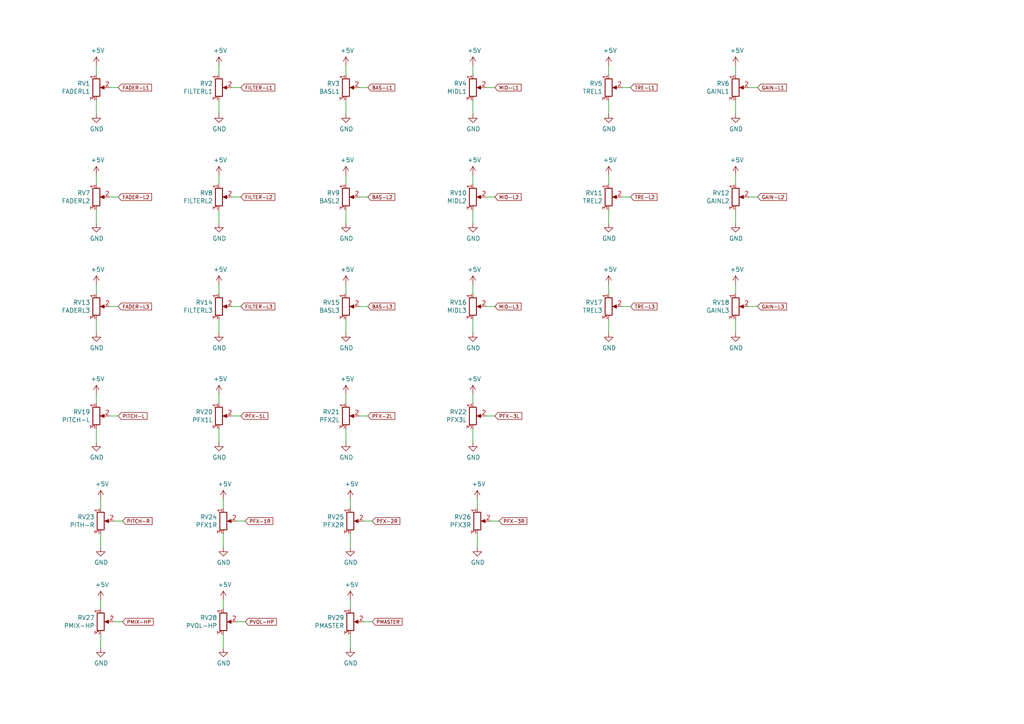
<source format=kicad_sch>
(kicad_sch (version 20210406) (generator eeschema)
  (paper "A4")
  (lib_symbols
    (symbol "Device:R_Potentiometer" (pin_names (offset 1.016) hide)
      (property "Reference" "RV" (at -4.445 0 90))
      (property "Value" "R_Potentiometer" (at -2.54 0 90))
      (symbol "R_Potentiometer_0_1"
        (rectangle (start 1.016 2.54) (end -1.016 -2.54) (stroke (width 0.254)))
        (polyline (pts (xy 2.54 0) (xy 1.524 0)))
        (polyline (pts (xy 1.143 0) (xy 2.286 0.508) (xy 2.286 -0.508) (xy 1.143 0)) (fill (type outline)))
      )
      (symbol "R_Potentiometer_1_1"
        (pin passive line (at 0 3.81 270) (length 1.27) (name "1") (number "1"))
        (pin passive line (at 3.81 0 180) (length 1.27) (name "2") (number "2"))
        (pin passive line (at 0 -3.81 90) (length 1.27) (name "3") (number "3"))
      )
    )
    (symbol "power:+5V" (power) (pin_names (offset 0))
      (property "Value" "+5V" (at 0 3.556 0))
      (symbol "+5V_0_1"
        (polyline (pts (xy -0.762 1.27) (xy 0 2.54)))
        (polyline (pts (xy 0 0) (xy 0 2.54)))
        (polyline (pts (xy 0 2.54) (xy 0.762 1.27)))
      )
      (symbol "+5V_1_1"
        (pin power_in line (at 0 0 90) (length 0) hide (name "+5V") (number "1"))
      )
    )
    (symbol "power:GND" (power) (pin_names (offset 0))
      (property "Value" "GND" (at 0 -3.81 0))
      (symbol "GND_0_1"
        (polyline (pts (xy 0 0) (xy 0 -1.27) (xy 1.27 -1.27) (xy 0 -2.54) (xy -1.27 -1.27) (xy 0 -1.27)))
      )
      (symbol "GND_1_1"
        (pin power_in line (at 0 0 270) (length 0) hide (name "GND") (number "1"))
      )
    )
  )
  (wire (pts (xy 27.94 19.05) (xy 27.94 21.59)))
  (wire (pts (xy 27.94 33.02) (xy 27.94 29.21)))
  (wire (pts (xy 27.94 50.8) (xy 27.94 53.34)))
  (wire (pts (xy 27.94 64.77) (xy 27.94 60.96)))
  (wire (pts (xy 27.94 82.55) (xy 27.94 85.09)))
  (wire (pts (xy 27.94 96.52) (xy 27.94 92.71)))
  (wire (pts (xy 27.94 114.3) (xy 27.94 116.84)))
  (wire (pts (xy 27.94 128.27) (xy 27.94 124.46)))
  (wire (pts (xy 29.21 144.78) (xy 29.21 147.32)))
  (wire (pts (xy 29.21 158.75) (xy 29.21 154.94)))
  (wire (pts (xy 29.21 173.99) (xy 29.21 176.53)))
  (wire (pts (xy 29.21 187.96) (xy 29.21 184.15)))
  (wire (pts (xy 31.75 25.4) (xy 34.29 25.4)))
  (wire (pts (xy 31.75 57.15) (xy 34.29 57.15)))
  (wire (pts (xy 31.75 88.9) (xy 34.29 88.9)))
  (wire (pts (xy 31.75 120.65) (xy 34.29 120.65)))
  (wire (pts (xy 33.02 151.13) (xy 35.56 151.13)))
  (wire (pts (xy 33.02 180.34) (xy 35.56 180.34)))
  (wire (pts (xy 63.5 19.05) (xy 63.5 21.59)))
  (wire (pts (xy 63.5 33.02) (xy 63.5 29.21)))
  (wire (pts (xy 63.5 50.8) (xy 63.5 53.34)))
  (wire (pts (xy 63.5 64.77) (xy 63.5 60.96)))
  (wire (pts (xy 63.5 82.55) (xy 63.5 85.09)))
  (wire (pts (xy 63.5 96.52) (xy 63.5 92.71)))
  (wire (pts (xy 63.5 114.3) (xy 63.5 116.84)))
  (wire (pts (xy 63.5 128.27) (xy 63.5 124.46)))
  (wire (pts (xy 64.77 144.78) (xy 64.77 147.32)))
  (wire (pts (xy 64.77 158.75) (xy 64.77 154.94)))
  (wire (pts (xy 64.77 173.99) (xy 64.77 176.53)))
  (wire (pts (xy 64.77 187.96) (xy 64.77 184.15)))
  (wire (pts (xy 67.31 25.4) (xy 69.85 25.4)))
  (wire (pts (xy 67.31 57.15) (xy 69.85 57.15)))
  (wire (pts (xy 67.31 88.9) (xy 69.85 88.9)))
  (wire (pts (xy 67.31 120.65) (xy 69.85 120.65)))
  (wire (pts (xy 68.58 151.13) (xy 71.12 151.13)))
  (wire (pts (xy 68.58 180.34) (xy 71.12 180.34)))
  (wire (pts (xy 100.33 19.05) (xy 100.33 21.59)))
  (wire (pts (xy 100.33 33.02) (xy 100.33 29.21)))
  (wire (pts (xy 100.33 50.8) (xy 100.33 53.34)))
  (wire (pts (xy 100.33 64.77) (xy 100.33 60.96)))
  (wire (pts (xy 100.33 82.55) (xy 100.33 85.09)))
  (wire (pts (xy 100.33 96.52) (xy 100.33 92.71)))
  (wire (pts (xy 100.33 114.3) (xy 100.33 116.84)))
  (wire (pts (xy 100.33 128.27) (xy 100.33 124.46)))
  (wire (pts (xy 101.6 144.78) (xy 101.6 147.32)))
  (wire (pts (xy 101.6 158.75) (xy 101.6 154.94)))
  (wire (pts (xy 101.6 173.99) (xy 101.6 176.53)))
  (wire (pts (xy 101.6 187.96) (xy 101.6 184.15)))
  (wire (pts (xy 104.14 25.4) (xy 106.68 25.4)))
  (wire (pts (xy 104.14 57.15) (xy 106.68 57.15)))
  (wire (pts (xy 104.14 88.9) (xy 106.68 88.9)))
  (wire (pts (xy 104.14 120.65) (xy 106.68 120.65)))
  (wire (pts (xy 105.41 151.13) (xy 107.95 151.13)))
  (wire (pts (xy 105.41 180.34) (xy 107.95 180.34)))
  (wire (pts (xy 137.16 19.05) (xy 137.16 21.59)))
  (wire (pts (xy 137.16 33.02) (xy 137.16 29.21)))
  (wire (pts (xy 137.16 50.8) (xy 137.16 53.34)))
  (wire (pts (xy 137.16 64.77) (xy 137.16 60.96)))
  (wire (pts (xy 137.16 82.55) (xy 137.16 85.09)))
  (wire (pts (xy 137.16 96.52) (xy 137.16 92.71)))
  (wire (pts (xy 137.16 114.3) (xy 137.16 116.84)))
  (wire (pts (xy 137.16 128.27) (xy 137.16 124.46)))
  (wire (pts (xy 138.43 144.78) (xy 138.43 147.32)))
  (wire (pts (xy 138.43 158.75) (xy 138.43 154.94)))
  (wire (pts (xy 140.97 25.4) (xy 143.51 25.4)))
  (wire (pts (xy 140.97 57.15) (xy 143.51 57.15)))
  (wire (pts (xy 140.97 88.9) (xy 143.51 88.9)))
  (wire (pts (xy 140.97 120.65) (xy 143.51 120.65)))
  (wire (pts (xy 142.24 151.13) (xy 144.78 151.13)))
  (wire (pts (xy 176.53 19.05) (xy 176.53 21.59)))
  (wire (pts (xy 176.53 33.02) (xy 176.53 29.21)))
  (wire (pts (xy 176.53 50.8) (xy 176.53 53.34)))
  (wire (pts (xy 176.53 64.77) (xy 176.53 60.96)))
  (wire (pts (xy 176.53 82.55) (xy 176.53 85.09)))
  (wire (pts (xy 176.53 96.52) (xy 176.53 92.71)))
  (wire (pts (xy 180.34 25.4) (xy 182.88 25.4)))
  (wire (pts (xy 180.34 57.15) (xy 182.88 57.15)))
  (wire (pts (xy 180.34 88.9) (xy 182.88 88.9)))
  (wire (pts (xy 213.36 19.05) (xy 213.36 21.59)))
  (wire (pts (xy 213.36 33.02) (xy 213.36 29.21)))
  (wire (pts (xy 213.36 50.8) (xy 213.36 53.34)))
  (wire (pts (xy 213.36 64.77) (xy 213.36 60.96)))
  (wire (pts (xy 213.36 82.55) (xy 213.36 85.09)))
  (wire (pts (xy 213.36 96.52) (xy 213.36 92.71)))
  (wire (pts (xy 217.17 25.4) (xy 219.71 25.4)))
  (wire (pts (xy 217.17 57.15) (xy 219.71 57.15)))
  (wire (pts (xy 217.17 88.9) (xy 219.71 88.9)))
  (global_label "FADER-L1" (shape input) (at 34.29 25.4 0) (effects (font (size 1.016 1.016))) (property "Intersheet References" "${INTERSHEET_REFS}" (effects hide)))
  (global_label "FADER-L2" (shape input) (at 34.29 57.15 0) (effects (font (size 1.016 1.016))) (property "Intersheet References" "${INTERSHEET_REFS}" (effects hide)))
  (global_label "FADER-L3" (shape input) (at 34.29 88.9 0) (effects (font (size 1.016 1.016))) (property "Intersheet References" "${INTERSHEET_REFS}" (effects hide)))
  (global_label "PITCH-L" (shape input) (at 34.29 120.65 0) (effects (font (size 1.016 1.016))) (property "Intersheet References" "${INTERSHEET_REFS}" (effects hide)))
  (global_label "PITCH-R" (shape input) (at 35.56 151.13 0) (effects (font (size 1.016 1.016))) (property "Intersheet References" "${INTERSHEET_REFS}" (effects hide)))
  (global_label "PMIX-HP" (shape input) (at 35.56 180.34 0) (effects (font (size 1.016 1.016))) (property "Intersheet References" "${INTERSHEET_REFS}" (effects hide)))
  (global_label "FILTER-L1" (shape input) (at 69.85 25.4 0) (effects (font (size 1.016 1.016))) (property "Intersheet References" "${INTERSHEET_REFS}" (effects hide)))
  (global_label "FILTER-L2" (shape input) (at 69.85 57.15 0) (effects (font (size 1.016 1.016))) (property "Intersheet References" "${INTERSHEET_REFS}" (effects hide)))
  (global_label "FILTER-L3" (shape input) (at 69.85 88.9 0) (effects (font (size 1.016 1.016))) (property "Intersheet References" "${INTERSHEET_REFS}" (effects hide)))
  (global_label "PFX-1L" (shape input) (at 69.85 120.65 0) (effects (font (size 1.016 1.016))) (property "Intersheet References" "${INTERSHEET_REFS}" (effects hide)))
  (global_label "PFX-1R" (shape input) (at 71.12 151.13 0) (effects (font (size 1.016 1.016))) (property "Intersheet References" "${INTERSHEET_REFS}" (effects hide)))
  (global_label "PVOL-HP" (shape input) (at 71.12 180.34 0) (effects (font (size 1.016 1.016))) (property "Intersheet References" "${INTERSHEET_REFS}" (effects hide)))
  (global_label "BAS-L1" (shape input) (at 106.68 25.4 0) (effects (font (size 1.016 1.016))) (property "Intersheet References" "${INTERSHEET_REFS}" (effects hide)))
  (global_label "BAS-L2" (shape input) (at 106.68 57.15 0) (effects (font (size 1.016 1.016))) (property "Intersheet References" "${INTERSHEET_REFS}" (effects hide)))
  (global_label "BAS-L3" (shape input) (at 106.68 88.9 0) (effects (font (size 1.016 1.016))) (property "Intersheet References" "${INTERSHEET_REFS}" (effects hide)))
  (global_label "PFX-2L" (shape input) (at 106.68 120.65 0) (effects (font (size 1.016 1.016))) (property "Intersheet References" "${INTERSHEET_REFS}" (effects hide)))
  (global_label "PFX-2R" (shape input) (at 107.95 151.13 0) (effects (font (size 1.016 1.016))) (property "Intersheet References" "${INTERSHEET_REFS}" (effects hide)))
  (global_label "PMASTER" (shape input) (at 107.95 180.34 0) (effects (font (size 1.016 1.016))) (property "Intersheet References" "${INTERSHEET_REFS}" (effects hide)))
  (global_label "MID-L1" (shape input) (at 143.51 25.4 0) (effects (font (size 1.016 1.016))) (property "Intersheet References" "${INTERSHEET_REFS}" (effects hide)))
  (global_label "MID-L2" (shape input) (at 143.51 57.15 0) (effects (font (size 1.016 1.016))) (property "Intersheet References" "${INTERSHEET_REFS}" (effects hide)))
  (global_label "MID-L3" (shape input) (at 143.51 88.9 0) (effects (font (size 1.016 1.016))) (property "Intersheet References" "${INTERSHEET_REFS}" (effects hide)))
  (global_label "PFX-3L" (shape input) (at 143.51 120.65 0) (effects (font (size 1.016 1.016))) (property "Intersheet References" "${INTERSHEET_REFS}" (effects hide)))
  (global_label "PFX-3R" (shape input) (at 144.78 151.13 0) (effects (font (size 1.016 1.016))) (property "Intersheet References" "${INTERSHEET_REFS}" (effects hide)))
  (global_label "TRE-L1" (shape input) (at 182.88 25.4 0) (effects (font (size 1.016 1.016))) (property "Intersheet References" "${INTERSHEET_REFS}" (effects hide)))
  (global_label "TRE-L2" (shape input) (at 182.88 57.15 0) (effects (font (size 1.016 1.016))) (property "Intersheet References" "${INTERSHEET_REFS}" (effects hide)))
  (global_label "TRE-L3" (shape input) (at 182.88 88.9 0) (effects (font (size 1.016 1.016))) (property "Intersheet References" "${INTERSHEET_REFS}" (effects hide)))
  (global_label "GAIN-L1" (shape input) (at 219.71 25.4 0) (effects (font (size 1.016 1.016))) (property "Intersheet References" "${INTERSHEET_REFS}" (effects hide)))
  (global_label "GAIN-L2" (shape input) (at 219.71 57.15 0) (effects (font (size 1.016 1.016))) (property "Intersheet References" "${INTERSHEET_REFS}" (effects hide)))
  (global_label "GAIN-L3" (shape input) (at 219.71 88.9 0) (effects (font (size 1.016 1.016))) (property "Intersheet References" "${INTERSHEET_REFS}" (effects hide)))
  (symbol (lib_id "power:+5V") (at 27.94 19.05 0) (unit 1)
    (property "Reference" "#PWR043" (effects hide))
    (property "Value" "+5V" (at 28.321 14.6558 0))
  )
  (symbol (lib_id "power:+5V") (at 27.94 50.8 0) (unit 1)
    (property "Reference" "#PWR055" (effects hide))
    (property "Value" "+5V" (at 28.321 46.4058 0))
  )
  (symbol (lib_id "power:+5V") (at 27.94 82.55 0) (unit 1)
    (property "Reference" "#PWR067" (effects hide))
    (property "Value" "+5V" (at 28.321 78.1558 0))
  )
  (symbol (lib_id "power:+5V") (at 27.94 114.3 0) (unit 1)
    (property "Reference" "#PWR079" (effects hide))
    (property "Value" "+5V" (at 28.321 109.9058 0))
  )
  (symbol (lib_id "power:+5V") (at 29.21 144.78 0) (unit 1)
    (property "Reference" "#PWR087" (effects hide))
    (property "Value" "+5V" (at 29.591 140.3858 0))
  )
  (symbol (lib_id "power:+5V") (at 29.21 173.99 0) (unit 1)
    (property "Reference" "#PWR095" (effects hide))
    (property "Value" "+5V" (at 29.591 169.5958 0))
  )
  (symbol (lib_id "power:+5V") (at 63.5 19.05 0) (unit 1)
    (property "Reference" "#PWR044" (effects hide))
    (property "Value" "+5V" (at 63.881 14.6558 0))
  )
  (symbol (lib_id "power:+5V") (at 63.5 50.8 0) (unit 1)
    (property "Reference" "#PWR056" (effects hide))
    (property "Value" "+5V" (at 63.881 46.4058 0))
  )
  (symbol (lib_id "power:+5V") (at 63.5 82.55 0) (unit 1)
    (property "Reference" "#PWR068" (effects hide))
    (property "Value" "+5V" (at 63.881 78.1558 0))
  )
  (symbol (lib_id "power:+5V") (at 63.5 114.3 0) (unit 1)
    (property "Reference" "#PWR080" (effects hide))
    (property "Value" "+5V" (at 63.881 109.9058 0))
  )
  (symbol (lib_id "power:+5V") (at 64.77 144.78 0) (unit 1)
    (property "Reference" "#PWR088" (effects hide))
    (property "Value" "+5V" (at 65.151 140.3858 0))
  )
  (symbol (lib_id "power:+5V") (at 64.77 173.99 0) (unit 1)
    (property "Reference" "#PWR096" (effects hide))
    (property "Value" "+5V" (at 65.151 169.5958 0))
  )
  (symbol (lib_id "power:+5V") (at 100.33 19.05 0) (unit 1)
    (property "Reference" "#PWR045" (effects hide))
    (property "Value" "+5V" (at 100.711 14.6558 0))
  )
  (symbol (lib_id "power:+5V") (at 100.33 50.8 0) (unit 1)
    (property "Reference" "#PWR057" (effects hide))
    (property "Value" "+5V" (at 100.711 46.4058 0))
  )
  (symbol (lib_id "power:+5V") (at 100.33 82.55 0) (unit 1)
    (property "Reference" "#PWR069" (effects hide))
    (property "Value" "+5V" (at 100.711 78.1558 0))
  )
  (symbol (lib_id "power:+5V") (at 100.33 114.3 0) (unit 1)
    (property "Reference" "#PWR081" (effects hide))
    (property "Value" "+5V" (at 100.711 109.9058 0))
  )
  (symbol (lib_id "power:+5V") (at 101.6 144.78 0) (unit 1)
    (property "Reference" "#PWR089" (effects hide))
    (property "Value" "+5V" (at 101.981 140.3858 0))
  )
  (symbol (lib_id "power:+5V") (at 101.6 173.99 0) (unit 1)
    (property "Reference" "#PWR097" (effects hide))
    (property "Value" "+5V" (at 101.981 169.5958 0))
  )
  (symbol (lib_id "power:+5V") (at 137.16 19.05 0) (unit 1)
    (property "Reference" "#PWR046" (effects hide))
    (property "Value" "+5V" (at 137.541 14.6558 0))
  )
  (symbol (lib_id "power:+5V") (at 137.16 50.8 0) (unit 1)
    (property "Reference" "#PWR058" (effects hide))
    (property "Value" "+5V" (at 137.541 46.4058 0))
  )
  (symbol (lib_id "power:+5V") (at 137.16 82.55 0) (unit 1)
    (property "Reference" "#PWR070" (effects hide))
    (property "Value" "+5V" (at 137.541 78.1558 0))
  )
  (symbol (lib_id "power:+5V") (at 137.16 114.3 0) (unit 1)
    (property "Reference" "#PWR082" (effects hide))
    (property "Value" "+5V" (at 137.541 109.9058 0))
  )
  (symbol (lib_id "power:+5V") (at 138.43 144.78 0) (unit 1)
    (property "Reference" "#PWR090" (effects hide))
    (property "Value" "+5V" (at 138.811 140.3858 0))
  )
  (symbol (lib_id "power:+5V") (at 176.53 19.05 0) (unit 1)
    (property "Reference" "#PWR047" (effects hide))
    (property "Value" "+5V" (at 176.911 14.6558 0))
  )
  (symbol (lib_id "power:+5V") (at 176.53 50.8 0) (unit 1)
    (property "Reference" "#PWR059" (effects hide))
    (property "Value" "+5V" (at 176.911 46.4058 0))
  )
  (symbol (lib_id "power:+5V") (at 176.53 82.55 0) (unit 1)
    (property "Reference" "#PWR071" (effects hide))
    (property "Value" "+5V" (at 176.911 78.1558 0))
  )
  (symbol (lib_id "power:+5V") (at 213.36 19.05 0) (unit 1)
    (property "Reference" "#PWR048" (effects hide))
    (property "Value" "+5V" (at 213.741 14.6558 0))
  )
  (symbol (lib_id "power:+5V") (at 213.36 50.8 0) (unit 1)
    (property "Reference" "#PWR060" (effects hide))
    (property "Value" "+5V" (at 213.741 46.4058 0))
  )
  (symbol (lib_id "power:+5V") (at 213.36 82.55 0) (unit 1)
    (property "Reference" "#PWR072" (effects hide))
    (property "Value" "+5V" (at 213.741 78.1558 0))
  )
  (symbol (lib_id "power:GND") (at 27.94 33.02 0) (unit 1)
    (property "Reference" "#PWR049" (effects hide))
    (property "Value" "GND" (at 28.067 37.4142 0))
  )
  (symbol (lib_id "power:GND") (at 27.94 64.77 0) (unit 1)
    (property "Reference" "#PWR061" (effects hide))
    (property "Value" "GND" (at 28.067 69.1642 0))
  )
  (symbol (lib_id "power:GND") (at 27.94 96.52 0) (unit 1)
    (property "Reference" "#PWR073" (effects hide))
    (property "Value" "GND" (at 28.067 100.9142 0))
  )
  (symbol (lib_id "power:GND") (at 27.94 128.27 0) (unit 1)
    (property "Reference" "#PWR083" (effects hide))
    (property "Value" "GND" (at 28.067 132.6642 0))
  )
  (symbol (lib_id "power:GND") (at 29.21 158.75 0) (unit 1)
    (property "Reference" "#PWR091" (effects hide))
    (property "Value" "GND" (at 29.337 163.1442 0))
  )
  (symbol (lib_id "power:GND") (at 29.21 187.96 0) (unit 1)
    (property "Reference" "#PWR098" (effects hide))
    (property "Value" "GND" (at 29.337 192.3542 0))
  )
  (symbol (lib_id "power:GND") (at 63.5 33.02 0) (unit 1)
    (property "Reference" "#PWR050" (effects hide))
    (property "Value" "GND" (at 63.627 37.4142 0))
  )
  (symbol (lib_id "power:GND") (at 63.5 64.77 0) (unit 1)
    (property "Reference" "#PWR062" (effects hide))
    (property "Value" "GND" (at 63.627 69.1642 0))
  )
  (symbol (lib_id "power:GND") (at 63.5 96.52 0) (unit 1)
    (property "Reference" "#PWR074" (effects hide))
    (property "Value" "GND" (at 63.627 100.9142 0))
  )
  (symbol (lib_id "power:GND") (at 63.5 128.27 0) (unit 1)
    (property "Reference" "#PWR084" (effects hide))
    (property "Value" "GND" (at 63.627 132.6642 0))
  )
  (symbol (lib_id "power:GND") (at 64.77 158.75 0) (unit 1)
    (property "Reference" "#PWR092" (effects hide))
    (property "Value" "GND" (at 64.897 163.1442 0))
  )
  (symbol (lib_id "power:GND") (at 64.77 187.96 0) (unit 1)
    (property "Reference" "#PWR099" (effects hide))
    (property "Value" "GND" (at 64.897 192.3542 0))
  )
  (symbol (lib_id "power:GND") (at 100.33 33.02 0) (unit 1)
    (property "Reference" "#PWR051" (effects hide))
    (property "Value" "GND" (at 100.457 37.4142 0))
  )
  (symbol (lib_id "power:GND") (at 100.33 64.77 0) (unit 1)
    (property "Reference" "#PWR063" (effects hide))
    (property "Value" "GND" (at 100.457 69.1642 0))
  )
  (symbol (lib_id "power:GND") (at 100.33 96.52 0) (unit 1)
    (property "Reference" "#PWR075" (effects hide))
    (property "Value" "GND" (at 100.457 100.9142 0))
  )
  (symbol (lib_id "power:GND") (at 100.33 128.27 0) (unit 1)
    (property "Reference" "#PWR085" (effects hide))
    (property "Value" "GND" (at 100.457 132.6642 0))
  )
  (symbol (lib_id "power:GND") (at 101.6 158.75 0) (unit 1)
    (property "Reference" "#PWR093" (effects hide))
    (property "Value" "GND" (at 101.727 163.1442 0))
  )
  (symbol (lib_id "power:GND") (at 101.6 187.96 0) (unit 1)
    (property "Reference" "#PWR0100" (effects hide))
    (property "Value" "GND" (at 101.727 192.3542 0))
  )
  (symbol (lib_id "power:GND") (at 137.16 33.02 0) (unit 1)
    (property "Reference" "#PWR052" (effects hide))
    (property "Value" "GND" (at 137.287 37.4142 0))
  )
  (symbol (lib_id "power:GND") (at 137.16 64.77 0) (unit 1)
    (property "Reference" "#PWR064" (effects hide))
    (property "Value" "GND" (at 137.287 69.1642 0))
  )
  (symbol (lib_id "power:GND") (at 137.16 96.52 0) (unit 1)
    (property "Reference" "#PWR076" (effects hide))
    (property "Value" "GND" (at 137.287 100.9142 0))
  )
  (symbol (lib_id "power:GND") (at 137.16 128.27 0) (unit 1)
    (property "Reference" "#PWR086" (effects hide))
    (property "Value" "GND" (at 137.287 132.6642 0))
  )
  (symbol (lib_id "power:GND") (at 138.43 158.75 0) (unit 1)
    (property "Reference" "#PWR094" (effects hide))
    (property "Value" "GND" (at 138.557 163.1442 0))
  )
  (symbol (lib_id "power:GND") (at 176.53 33.02 0) (unit 1)
    (property "Reference" "#PWR053" (effects hide))
    (property "Value" "GND" (at 176.657 37.4142 0))
  )
  (symbol (lib_id "power:GND") (at 176.53 64.77 0) (unit 1)
    (property "Reference" "#PWR065" (effects hide))
    (property "Value" "GND" (at 176.657 69.1642 0))
  )
  (symbol (lib_id "power:GND") (at 176.53 96.52 0) (unit 1)
    (property "Reference" "#PWR077" (effects hide))
    (property "Value" "GND" (at 176.657 100.9142 0))
  )
  (symbol (lib_id "power:GND") (at 213.36 33.02 0) (unit 1)
    (property "Reference" "#PWR054" (effects hide))
    (property "Value" "GND" (at 213.487 37.4142 0))
  )
  (symbol (lib_id "power:GND") (at 213.36 64.77 0) (unit 1)
    (property "Reference" "#PWR066" (effects hide))
    (property "Value" "GND" (at 213.487 69.1642 0))
  )
  (symbol (lib_id "power:GND") (at 213.36 96.52 0) (unit 1)
    (property "Reference" "#PWR078" (effects hide))
    (property "Value" "GND" (at 213.487 100.9142 0))
  )
  (symbol (lib_id "Device:R_Potentiometer") (at 27.94 25.4 0) (unit 1)
    (property "Reference" "RV1" (at 26.1874 24.2316 0) (effects (justify right)))
    (property "Value" "FADERL1" (at 26.1874 26.543 0) (effects (justify right)))
    (property "Footprint" "Library:fader-L60" (effects hide))
  )
  (symbol (lib_id "Device:R_Potentiometer") (at 27.94 57.15 0) (unit 1)
    (property "Reference" "RV7" (at 26.1874 55.9816 0) (effects (justify right)))
    (property "Value" "FADERL2" (at 26.1874 58.293 0) (effects (justify right)))
    (property "Footprint" "Library:fader-L60" (effects hide))
  )
  (symbol (lib_id "Device:R_Potentiometer") (at 27.94 88.9 0) (unit 1)
    (property "Reference" "RV13" (at 26.1874 87.7316 0) (effects (justify right)))
    (property "Value" "FADERL3" (at 26.1874 90.043 0) (effects (justify right)))
    (property "Footprint" "Library:fader-L60" (effects hide))
  )
  (symbol (lib_id "Device:R_Potentiometer") (at 27.94 120.65 0) (unit 1)
    (property "Reference" "RV19" (at 26.1874 119.4816 0) (effects (justify right)))
    (property "Value" "PITCH-L" (at 26.1874 121.793 0) (effects (justify right)))
    (property "Footprint" "Library:fader-L75" (effects hide))
  )
  (symbol (lib_id "Device:R_Potentiometer") (at 29.21 151.13 0) (unit 1)
    (property "Reference" "RV23" (at 27.4574 149.9616 0) (effects (justify right)))
    (property "Value" "PITH-R" (at 27.4574 152.273 0) (effects (justify right)))
    (property "Footprint" "Library:fader-L75" (effects hide))
  )
  (symbol (lib_id "Device:R_Potentiometer") (at 29.21 180.34 0) (unit 1)
    (property "Reference" "RV27" (at 27.4574 179.1716 0) (effects (justify right)))
    (property "Value" "PMIX-HP" (at 27.4574 181.483 0) (effects (justify right)))
    (property "Footprint" "Library:Potentiometer_Bourns_PTV09A-1_Single_Vertical" (effects hide))
  )
  (symbol (lib_id "Device:R_Potentiometer") (at 63.5 25.4 0) (unit 1)
    (property "Reference" "RV2" (at 61.7474 24.2316 0) (effects (justify right)))
    (property "Value" "FILTERL1" (at 61.7474 26.543 0) (effects (justify right)))
    (property "Footprint" "Library:Potentiometer_Bourns_PTV09A-1_Single_Vertical" (effects hide))
  )
  (symbol (lib_id "Device:R_Potentiometer") (at 63.5 57.15 0) (unit 1)
    (property "Reference" "RV8" (at 61.7474 55.9816 0) (effects (justify right)))
    (property "Value" "FILTERL2" (at 61.7474 58.293 0) (effects (justify right)))
    (property "Footprint" "Library:Potentiometer_Bourns_PTV09A-1_Single_Vertical" (effects hide))
  )
  (symbol (lib_id "Device:R_Potentiometer") (at 63.5 88.9 0) (unit 1)
    (property "Reference" "RV14" (at 61.7474 87.7316 0) (effects (justify right)))
    (property "Value" "FILTERL3" (at 61.7474 90.043 0) (effects (justify right)))
    (property "Footprint" "Library:Potentiometer_Bourns_PTV09A-1_Single_Vertical" (effects hide))
  )
  (symbol (lib_id "Device:R_Potentiometer") (at 63.5 120.65 0) (unit 1)
    (property "Reference" "RV20" (at 61.7474 119.4816 0) (effects (justify right)))
    (property "Value" "PFX1L" (at 61.7474 121.793 0) (effects (justify right)))
    (property "Footprint" "Library:Potentiometer_Bourns_PTV09A-1_Single_Vertical" (effects hide))
  )
  (symbol (lib_id "Device:R_Potentiometer") (at 64.77 151.13 0) (unit 1)
    (property "Reference" "RV24" (at 63.0174 149.9616 0) (effects (justify right)))
    (property "Value" "PFX1R" (at 63.0174 152.273 0) (effects (justify right)))
    (property "Footprint" "Library:Potentiometer_Bourns_PTV09A-1_Single_Vertical" (effects hide))
  )
  (symbol (lib_id "Device:R_Potentiometer") (at 64.77 180.34 0) (unit 1)
    (property "Reference" "RV28" (at 63.0174 179.1716 0) (effects (justify right)))
    (property "Value" "PVOL-HP" (at 63.0174 181.483 0) (effects (justify right)))
    (property "Footprint" "Library:Potentiometer_Bourns_PTV09A-1_Single_Vertical" (effects hide))
  )
  (symbol (lib_id "Device:R_Potentiometer") (at 100.33 25.4 0) (unit 1)
    (property "Reference" "RV3" (at 98.5774 24.2316 0) (effects (justify right)))
    (property "Value" "BASL1" (at 98.5774 26.543 0) (effects (justify right)))
    (property "Footprint" "Library:Potentiometer_Bourns_PTV09A-1_Single_Vertical" (effects hide))
  )
  (symbol (lib_id "Device:R_Potentiometer") (at 100.33 57.15 0) (unit 1)
    (property "Reference" "RV9" (at 98.5774 55.9816 0) (effects (justify right)))
    (property "Value" "BASL2" (at 98.5774 58.293 0) (effects (justify right)))
    (property "Footprint" "Library:Potentiometer_Bourns_PTV09A-1_Single_Vertical" (effects hide))
  )
  (symbol (lib_id "Device:R_Potentiometer") (at 100.33 88.9 0) (unit 1)
    (property "Reference" "RV15" (at 98.5774 87.7316 0) (effects (justify right)))
    (property "Value" "BASL3" (at 98.5774 90.043 0) (effects (justify right)))
    (property "Footprint" "Library:Potentiometer_Bourns_PTV09A-1_Single_Vertical" (effects hide))
  )
  (symbol (lib_id "Device:R_Potentiometer") (at 100.33 120.65 0) (unit 1)
    (property "Reference" "RV21" (at 98.5774 119.4816 0) (effects (justify right)))
    (property "Value" "PFX2L" (at 98.5774 121.793 0) (effects (justify right)))
    (property "Footprint" "Library:Potentiometer_Bourns_PTV09A-1_Single_Vertical" (effects hide))
  )
  (symbol (lib_id "Device:R_Potentiometer") (at 101.6 151.13 0) (unit 1)
    (property "Reference" "RV25" (at 99.8474 149.9616 0) (effects (justify right)))
    (property "Value" "PFX2R" (at 99.8474 152.273 0) (effects (justify right)))
    (property "Footprint" "Library:Potentiometer_Bourns_PTV09A-1_Single_Vertical" (effects hide))
  )
  (symbol (lib_id "Device:R_Potentiometer") (at 101.6 180.34 0) (unit 1)
    (property "Reference" "RV29" (at 99.8474 179.1716 0) (effects (justify right)))
    (property "Value" "PMASTER" (at 99.8474 181.483 0) (effects (justify right)))
    (property "Footprint" "Library:Potentiometer_Bourns_PTV09A-1_Single_Vertical" (effects hide))
  )
  (symbol (lib_id "Device:R_Potentiometer") (at 137.16 25.4 0) (unit 1)
    (property "Reference" "RV4" (at 135.4074 24.2316 0) (effects (justify right)))
    (property "Value" "MIDL1" (at 135.4074 26.543 0) (effects (justify right)))
    (property "Footprint" "Library:Potentiometer_Bourns_PTV09A-1_Single_Vertical" (effects hide))
  )
  (symbol (lib_id "Device:R_Potentiometer") (at 137.16 57.15 0) (unit 1)
    (property "Reference" "RV10" (at 135.4074 55.9816 0) (effects (justify right)))
    (property "Value" "MIDL2" (at 135.4074 58.293 0) (effects (justify right)))
    (property "Footprint" "Library:Potentiometer_Bourns_PTV09A-1_Single_Vertical" (effects hide))
  )
  (symbol (lib_id "Device:R_Potentiometer") (at 137.16 88.9 0) (unit 1)
    (property "Reference" "RV16" (at 135.4074 87.7316 0) (effects (justify right)))
    (property "Value" "MIDL3" (at 135.4074 90.043 0) (effects (justify right)))
    (property "Footprint" "Library:Potentiometer_Bourns_PTV09A-1_Single_Vertical" (effects hide))
  )
  (symbol (lib_id "Device:R_Potentiometer") (at 137.16 120.65 0) (unit 1)
    (property "Reference" "RV22" (at 135.4074 119.4816 0) (effects (justify right)))
    (property "Value" "PFX3L" (at 135.4074 121.793 0) (effects (justify right)))
    (property "Footprint" "Library:Potentiometer_Bourns_PTV09A-1_Single_Vertical" (effects hide))
  )
  (symbol (lib_id "Device:R_Potentiometer") (at 138.43 151.13 0) (unit 1)
    (property "Reference" "RV26" (at 136.6774 149.9616 0) (effects (justify right)))
    (property "Value" "PFX3R" (at 136.6774 152.273 0) (effects (justify right)))
    (property "Footprint" "Library:Potentiometer_Bourns_PTV09A-1_Single_Vertical" (effects hide))
  )
  (symbol (lib_id "Device:R_Potentiometer") (at 176.53 25.4 0) (unit 1)
    (property "Reference" "RV5" (at 174.7774 24.2316 0) (effects (justify right)))
    (property "Value" "TREL1" (at 174.7774 26.543 0) (effects (justify right)))
    (property "Footprint" "Library:Potentiometer_Bourns_PTV09A-1_Single_Vertical" (effects hide))
  )
  (symbol (lib_id "Device:R_Potentiometer") (at 176.53 57.15 0) (unit 1)
    (property "Reference" "RV11" (at 174.7774 55.9816 0) (effects (justify right)))
    (property "Value" "TREL2" (at 174.7774 58.293 0) (effects (justify right)))
    (property "Footprint" "Library:Potentiometer_Bourns_PTV09A-1_Single_Vertical" (effects hide))
  )
  (symbol (lib_id "Device:R_Potentiometer") (at 176.53 88.9 0) (unit 1)
    (property "Reference" "RV17" (at 174.7774 87.7316 0) (effects (justify right)))
    (property "Value" "TREL3" (at 174.7774 90.043 0) (effects (justify right)))
    (property "Footprint" "Library:Potentiometer_Bourns_PTV09A-1_Single_Vertical" (effects hide))
  )
  (symbol (lib_id "Device:R_Potentiometer") (at 213.36 25.4 0) (unit 1)
    (property "Reference" "RV6" (at 211.6074 24.2316 0) (effects (justify right)))
    (property "Value" "GAINL1" (at 211.6074 26.543 0) (effects (justify right)))
    (property "Footprint" "Library:Potentiometer_Bourns_PTV09A-1_Single_Vertical" (effects hide))
  )
  (symbol (lib_id "Device:R_Potentiometer") (at 213.36 57.15 0) (unit 1)
    (property "Reference" "RV12" (at 211.6074 55.9816 0) (effects (justify right)))
    (property "Value" "GAINL2" (at 211.6074 58.293 0) (effects (justify right)))
    (property "Footprint" "Library:Potentiometer_Bourns_PTV09A-1_Single_Vertical" (effects hide))
  )
  (symbol (lib_id "Device:R_Potentiometer") (at 213.36 88.9 0) (unit 1)
    (property "Reference" "RV18" (at 211.6074 87.7316 0) (effects (justify right)))
    (property "Value" "GAINL3" (at 211.6074 90.043 0) (effects (justify right)))
    (property "Footprint" "Library:Potentiometer_Bourns_PTV09A-1_Single_Vertical" (effects hide))
  )
)
</source>
